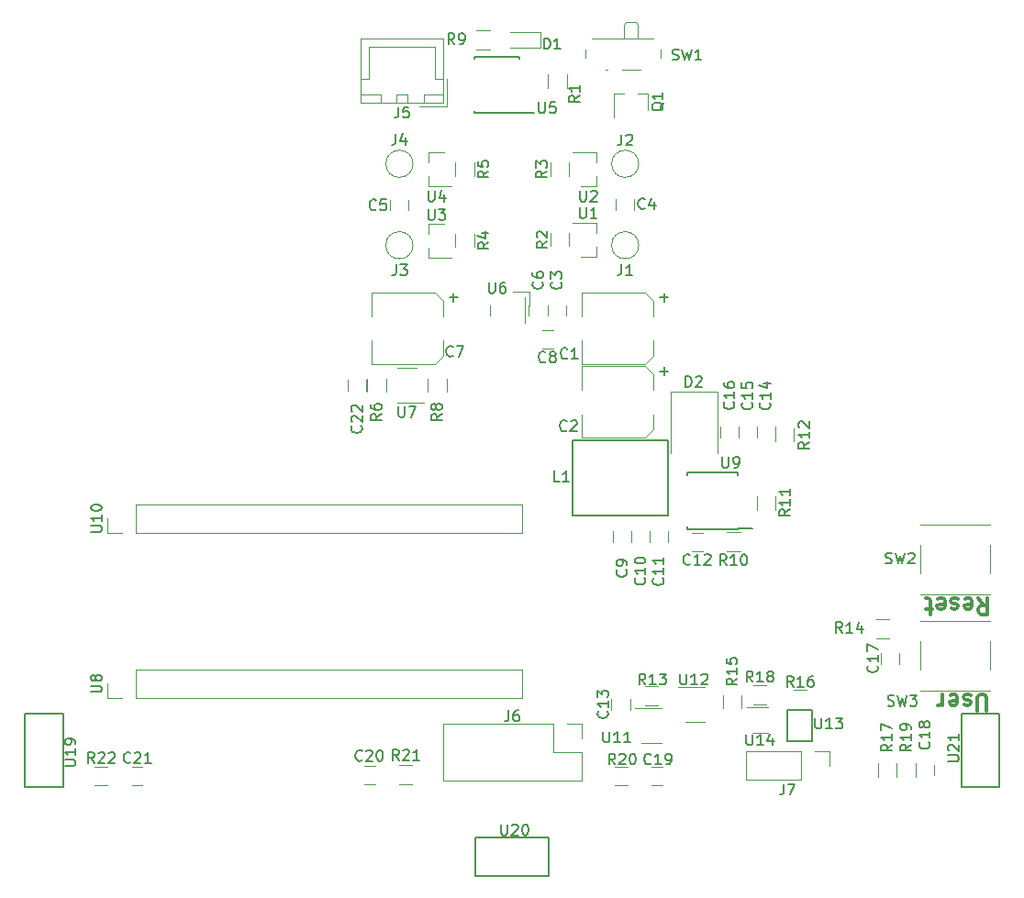
<source format=gto>
G04 #@! TF.FileFunction,Legend,Top*
%FSLAX46Y46*%
G04 Gerber Fmt 4.6, Leading zero omitted, Abs format (unit mm)*
G04 Created by KiCad (PCBNEW 4.0.7-e2-6376~58~ubuntu16.04.1) date Mon Nov 13 19:48:04 2017*
%MOMM*%
%LPD*%
G01*
G04 APERTURE LIST*
%ADD10C,0.100000*%
%ADD11C,0.300000*%
%ADD12C,0.120000*%
%ADD13C,0.150000*%
G04 APERTURE END LIST*
D10*
D11*
X193379457Y-115553229D02*
X193379457Y-114338943D01*
X193308029Y-114196086D01*
X193236600Y-114124657D01*
X193093743Y-114053229D01*
X192808029Y-114053229D01*
X192665171Y-114124657D01*
X192593743Y-114196086D01*
X192522314Y-114338943D01*
X192522314Y-115553229D01*
X191879457Y-114124657D02*
X191736600Y-114053229D01*
X191450885Y-114053229D01*
X191308028Y-114124657D01*
X191236600Y-114267514D01*
X191236600Y-114338943D01*
X191308028Y-114481800D01*
X191450885Y-114553229D01*
X191665171Y-114553229D01*
X191808028Y-114624657D01*
X191879457Y-114767514D01*
X191879457Y-114838943D01*
X191808028Y-114981800D01*
X191665171Y-115053229D01*
X191450885Y-115053229D01*
X191308028Y-114981800D01*
X190022314Y-114124657D02*
X190165171Y-114053229D01*
X190450885Y-114053229D01*
X190593742Y-114124657D01*
X190665171Y-114267514D01*
X190665171Y-114838943D01*
X190593742Y-114981800D01*
X190450885Y-115053229D01*
X190165171Y-115053229D01*
X190022314Y-114981800D01*
X189950885Y-114838943D01*
X189950885Y-114696086D01*
X190665171Y-114553229D01*
X189308028Y-114053229D02*
X189308028Y-115053229D01*
X189308028Y-114767514D02*
X189236600Y-114910371D01*
X189165171Y-114981800D01*
X189022314Y-115053229D01*
X188879457Y-115053229D01*
X192585742Y-105163229D02*
X193085742Y-105877514D01*
X193442885Y-105163229D02*
X193442885Y-106663229D01*
X192871457Y-106663229D01*
X192728599Y-106591800D01*
X192657171Y-106520371D01*
X192585742Y-106377514D01*
X192585742Y-106163229D01*
X192657171Y-106020371D01*
X192728599Y-105948943D01*
X192871457Y-105877514D01*
X193442885Y-105877514D01*
X191371457Y-105234657D02*
X191514314Y-105163229D01*
X191800028Y-105163229D01*
X191942885Y-105234657D01*
X192014314Y-105377514D01*
X192014314Y-105948943D01*
X191942885Y-106091800D01*
X191800028Y-106163229D01*
X191514314Y-106163229D01*
X191371457Y-106091800D01*
X191300028Y-105948943D01*
X191300028Y-105806086D01*
X192014314Y-105663229D01*
X190728600Y-105234657D02*
X190585743Y-105163229D01*
X190300028Y-105163229D01*
X190157171Y-105234657D01*
X190085743Y-105377514D01*
X190085743Y-105448943D01*
X190157171Y-105591800D01*
X190300028Y-105663229D01*
X190514314Y-105663229D01*
X190657171Y-105734657D01*
X190728600Y-105877514D01*
X190728600Y-105948943D01*
X190657171Y-106091800D01*
X190514314Y-106163229D01*
X190300028Y-106163229D01*
X190157171Y-106091800D01*
X188871457Y-105234657D02*
X189014314Y-105163229D01*
X189300028Y-105163229D01*
X189442885Y-105234657D01*
X189514314Y-105377514D01*
X189514314Y-105948943D01*
X189442885Y-106091800D01*
X189300028Y-106163229D01*
X189014314Y-106163229D01*
X188871457Y-106091800D01*
X188800028Y-105948943D01*
X188800028Y-105806086D01*
X189514314Y-105663229D01*
X188371457Y-106163229D02*
X187800028Y-106163229D01*
X188157171Y-106663229D02*
X188157171Y-105377514D01*
X188085743Y-105234657D01*
X187942885Y-105163229D01*
X187800028Y-105163229D01*
D12*
X154651600Y-56854800D02*
X154651600Y-58054800D01*
X152891600Y-58054800D02*
X152891600Y-56854800D01*
X146117200Y-71561400D02*
X146117200Y-72761400D01*
X144357200Y-72761400D02*
X144357200Y-71561400D01*
D13*
X155188200Y-92981600D02*
X155188200Y-97581600D01*
X155188200Y-97581600D02*
X163988200Y-97581600D01*
X163988200Y-97581600D02*
X163988200Y-90581600D01*
X163988200Y-90581600D02*
X155188200Y-90581600D01*
X155188200Y-90581600D02*
X155188200Y-92981600D01*
D12*
X162634200Y-77724000D02*
X162634200Y-79144000D01*
X156034200Y-76964000D02*
X156034200Y-79144000D01*
X156034200Y-83564000D02*
X156034200Y-81384000D01*
X162634200Y-82804000D02*
X162634200Y-81384000D01*
X156034200Y-76964000D02*
X161874200Y-76964000D01*
X161874200Y-76964000D02*
X162634200Y-77724000D01*
X162634200Y-82804000D02*
X161874200Y-83564000D01*
X161874200Y-83564000D02*
X156034200Y-83564000D01*
X154596200Y-79113000D02*
X154596200Y-78113000D01*
X152896200Y-78113000D02*
X152896200Y-79113000D01*
X159170000Y-68334000D02*
X159170000Y-69334000D01*
X160870000Y-69334000D02*
X160870000Y-68334000D01*
X138342000Y-68384800D02*
X138342000Y-69384800D01*
X140042000Y-69384800D02*
X140042000Y-68384800D01*
X152843600Y-79113000D02*
X152843600Y-78113000D01*
X151143600Y-78113000D02*
X151143600Y-79113000D01*
X143203200Y-77724000D02*
X143203200Y-79144000D01*
X136603200Y-76964000D02*
X136603200Y-79144000D01*
X136603200Y-83564000D02*
X136603200Y-81384000D01*
X143203200Y-82804000D02*
X143203200Y-81384000D01*
X136603200Y-76964000D02*
X142443200Y-76964000D01*
X142443200Y-76964000D02*
X143203200Y-77724000D01*
X143203200Y-82804000D02*
X142443200Y-83564000D01*
X142443200Y-83564000D02*
X136603200Y-83564000D01*
X153357200Y-80404600D02*
X152357200Y-80404600D01*
X152357200Y-82104600D02*
X153357200Y-82104600D01*
X160590600Y-99966400D02*
X160590600Y-98966400D01*
X158890600Y-98966400D02*
X158890600Y-99966400D01*
X162292400Y-99966400D02*
X162292400Y-98966400D01*
X160592400Y-98966400D02*
X160592400Y-99966400D01*
X163994200Y-99966400D02*
X163994200Y-98966400D01*
X162294200Y-98966400D02*
X162294200Y-99966400D01*
X166149400Y-100824400D02*
X167149400Y-100824400D01*
X167149400Y-99124400D02*
X166149400Y-99124400D01*
X160463600Y-115511200D02*
X160463600Y-114511200D01*
X158763600Y-114511200D02*
X158763600Y-115511200D01*
X173874800Y-90365200D02*
X173874800Y-89365200D01*
X172174800Y-89365200D02*
X172174800Y-90365200D01*
X172173000Y-90365200D02*
X172173000Y-89365200D01*
X170473000Y-89365200D02*
X170473000Y-90365200D01*
X170471200Y-90365200D02*
X170471200Y-89365200D01*
X168771200Y-89365200D02*
X168771200Y-90365200D01*
X183630200Y-110244000D02*
X183630200Y-111244000D01*
X185330200Y-111244000D02*
X185330200Y-110244000D01*
X188530600Y-121531000D02*
X188530600Y-120531000D01*
X186830600Y-120531000D02*
X186830600Y-121531000D01*
X162441000Y-122439800D02*
X163441000Y-122439800D01*
X163441000Y-120739800D02*
X162441000Y-120739800D01*
X136936100Y-120625500D02*
X135936100Y-120625500D01*
X135936100Y-122325500D02*
X136936100Y-122325500D01*
X114485800Y-122439800D02*
X115485800Y-122439800D01*
X115485800Y-120739800D02*
X114485800Y-120739800D01*
X152206100Y-54344800D02*
X152206100Y-52944800D01*
X152206100Y-52944800D02*
X149406100Y-52944800D01*
X152206100Y-54344800D02*
X149406100Y-54344800D01*
X168520000Y-86112000D02*
X164220000Y-86112000D01*
X164220000Y-86112000D02*
X164220000Y-91812000D01*
X168520000Y-86112000D02*
X168520000Y-91812000D01*
X161271000Y-72593200D02*
G75*
G03X161271000Y-72593200I-1251000J0D01*
G01*
X161271000Y-65074800D02*
G75*
G03X161271000Y-65074800I-1251000J0D01*
G01*
X140443000Y-72593200D02*
G75*
G03X140443000Y-72593200I-1251000J0D01*
G01*
X140443000Y-65074800D02*
G75*
G03X140443000Y-65074800I-1251000J0D01*
G01*
X143240600Y-59447600D02*
X143240600Y-53497600D01*
X143240600Y-53497600D02*
X135640600Y-53497600D01*
X135640600Y-53497600D02*
X135640600Y-59447600D01*
X135640600Y-59447600D02*
X143240600Y-59447600D01*
X139940600Y-59447600D02*
X139940600Y-58697600D01*
X139940600Y-58697600D02*
X138940600Y-58697600D01*
X138940600Y-58697600D02*
X138940600Y-59447600D01*
X138940600Y-59447600D02*
X139940600Y-59447600D01*
X143240600Y-59447600D02*
X143240600Y-58697600D01*
X143240600Y-58697600D02*
X141440600Y-58697600D01*
X141440600Y-58697600D02*
X141440600Y-59447600D01*
X141440600Y-59447600D02*
X143240600Y-59447600D01*
X137440600Y-59447600D02*
X137440600Y-58697600D01*
X137440600Y-58697600D02*
X135640600Y-58697600D01*
X135640600Y-58697600D02*
X135640600Y-59447600D01*
X135640600Y-59447600D02*
X137440600Y-59447600D01*
X143240600Y-57197600D02*
X142490600Y-57197600D01*
X142490600Y-57197600D02*
X142490600Y-54247600D01*
X142490600Y-54247600D02*
X139440600Y-54247600D01*
X135640600Y-57197600D02*
X136390600Y-57197600D01*
X136390600Y-57197600D02*
X136390600Y-54247600D01*
X136390600Y-54247600D02*
X139440600Y-54247600D01*
X141040600Y-59747600D02*
X143540600Y-59747600D01*
X143540600Y-59747600D02*
X143540600Y-57247600D01*
X143196000Y-116780000D02*
X143196000Y-121980000D01*
X153416000Y-116780000D02*
X143196000Y-116780000D01*
X156016000Y-121980000D02*
X143196000Y-121980000D01*
X153416000Y-116780000D02*
X153416000Y-119380000D01*
X153416000Y-119380000D02*
X156016000Y-119380000D01*
X156016000Y-119380000D02*
X156016000Y-121980000D01*
X154686000Y-116780000D02*
X156016000Y-116780000D01*
X156016000Y-116780000D02*
X156016000Y-118110000D01*
X162133400Y-58625200D02*
X161203400Y-58625200D01*
X158973400Y-58625200D02*
X159903400Y-58625200D01*
X158973400Y-58625200D02*
X158973400Y-60785200D01*
X162133400Y-58625200D02*
X162133400Y-60085200D01*
X153094800Y-72685200D02*
X153094800Y-71485200D01*
X154854800Y-71485200D02*
X154854800Y-72685200D01*
X153094800Y-66182800D02*
X153094800Y-64982800D01*
X154854800Y-64982800D02*
X154854800Y-66182800D01*
X146117200Y-64982800D02*
X146117200Y-66182800D01*
X144357200Y-66182800D02*
X144357200Y-64982800D01*
X136191100Y-86121800D02*
X136191100Y-84921800D01*
X137951100Y-84921800D02*
X137951100Y-86121800D01*
X143539100Y-84921800D02*
X143539100Y-86121800D01*
X141779100Y-86121800D02*
X141779100Y-84921800D01*
X147513600Y-54524800D02*
X146313600Y-54524800D01*
X146313600Y-52764800D02*
X147513600Y-52764800D01*
X169427600Y-99094400D02*
X170627600Y-99094400D01*
X170627600Y-100854400D02*
X169427600Y-100854400D01*
X173904800Y-95793000D02*
X173904800Y-96993000D01*
X172144800Y-96993000D02*
X172144800Y-95793000D01*
X173846600Y-90693800D02*
X173846600Y-89493800D01*
X175606600Y-89493800D02*
X175606600Y-90693800D01*
X161858400Y-113267600D02*
X163058400Y-113267600D01*
X163058400Y-115027600D02*
X161858400Y-115027600D01*
X183194400Y-107120800D02*
X184394400Y-107120800D01*
X184394400Y-108880800D02*
X183194400Y-108880800D01*
X170780600Y-114157200D02*
X170780600Y-115357200D01*
X169020600Y-115357200D02*
X169020600Y-114157200D01*
X175549000Y-113623200D02*
X176749000Y-113623200D01*
X176749000Y-115383200D02*
X175549000Y-115383200D01*
X185080800Y-120431000D02*
X185080800Y-121631000D01*
X183320800Y-121631000D02*
X183320800Y-120431000D01*
X171866000Y-113216800D02*
X173066000Y-113216800D01*
X173066000Y-114976800D02*
X171866000Y-114976800D01*
X185073400Y-121631000D02*
X185073400Y-120431000D01*
X186833400Y-120431000D02*
X186833400Y-121631000D01*
X160239000Y-122469800D02*
X159039000Y-122469800D01*
X159039000Y-120709800D02*
X160239000Y-120709800D01*
X139138100Y-120595500D02*
X140338100Y-120595500D01*
X140338100Y-122355500D02*
X139138100Y-122355500D01*
X187244600Y-104817300D02*
X187244600Y-104787300D01*
X187244600Y-98357300D02*
X187244600Y-98387300D01*
X193704600Y-98357300D02*
X193704600Y-98387300D01*
X193704600Y-104787300D02*
X193704600Y-104817300D01*
X187244600Y-102887300D02*
X187244600Y-100287300D01*
X193704600Y-104817300D02*
X187244600Y-104817300D01*
X193704600Y-102887300D02*
X193704600Y-100287300D01*
X193704600Y-98357300D02*
X187244600Y-98357300D01*
X157351000Y-73665200D02*
X157351000Y-72735200D01*
X157351000Y-70505200D02*
X157351000Y-71435200D01*
X157351000Y-70505200D02*
X155191000Y-70505200D01*
X157351000Y-73665200D02*
X155891000Y-73665200D01*
X157351000Y-67162800D02*
X157351000Y-66232800D01*
X157351000Y-64002800D02*
X157351000Y-64932800D01*
X157351000Y-64002800D02*
X155191000Y-64002800D01*
X157351000Y-67162800D02*
X155891000Y-67162800D01*
X141861000Y-70581400D02*
X141861000Y-71511400D01*
X141861000Y-73741400D02*
X141861000Y-72811400D01*
X141861000Y-73741400D02*
X144021000Y-73741400D01*
X141861000Y-70581400D02*
X143321000Y-70581400D01*
X141861000Y-64002800D02*
X141861000Y-64932800D01*
X141861000Y-67162800D02*
X141861000Y-66232800D01*
X141861000Y-67162800D02*
X144021000Y-67162800D01*
X141861000Y-64002800D02*
X143321000Y-64002800D01*
D13*
X150233200Y-60385400D02*
X150233200Y-60335400D01*
X146083200Y-60385400D02*
X146083200Y-60240400D01*
X146083200Y-55235400D02*
X146083200Y-55380400D01*
X150233200Y-55235400D02*
X150233200Y-55380400D01*
X150233200Y-60385400D02*
X146083200Y-60385400D01*
X150233200Y-55235400D02*
X146083200Y-55235400D01*
X150233200Y-60335400D02*
X151633200Y-60335400D01*
D12*
X149648800Y-76913000D02*
X151148800Y-76913000D01*
X151148800Y-76913000D02*
X151148800Y-78113000D01*
X147528800Y-79113000D02*
X147528800Y-78113000D01*
X150768800Y-77363000D02*
X150768800Y-79733000D01*
X150478800Y-114385400D02*
X150478800Y-111725400D01*
X114858800Y-114385400D02*
X150478800Y-114385400D01*
X114858800Y-111725400D02*
X150478800Y-111725400D01*
X114858800Y-114385400D02*
X114858800Y-111725400D01*
X113588800Y-114385400D02*
X112258800Y-114385400D01*
X112258800Y-114385400D02*
X112258800Y-113055400D01*
D13*
X170396800Y-98814800D02*
X170396800Y-98689800D01*
X165746800Y-98814800D02*
X165746800Y-98589800D01*
X165746800Y-93564800D02*
X165746800Y-93789800D01*
X170396800Y-93564800D02*
X170396800Y-93789800D01*
X170396800Y-98814800D02*
X165746800Y-98814800D01*
X170396800Y-93564800D02*
X165746800Y-93564800D01*
X170396800Y-98689800D02*
X171746800Y-98689800D01*
D12*
X150478800Y-99145400D02*
X150478800Y-96485400D01*
X114858800Y-99145400D02*
X150478800Y-99145400D01*
X114858800Y-96485400D02*
X150478800Y-96485400D01*
X114858800Y-99145400D02*
X114858800Y-96485400D01*
X113588800Y-99145400D02*
X112258800Y-99145400D01*
X112258800Y-99145400D02*
X112258800Y-97815400D01*
X161545700Y-118500800D02*
X163345700Y-118500800D01*
X163345700Y-115280800D02*
X160895700Y-115280800D01*
X165571600Y-116595800D02*
X167371600Y-116595800D01*
X167371600Y-113375800D02*
X164921600Y-113375800D01*
D13*
X174988600Y-115529000D02*
X174988600Y-118329000D01*
X174988600Y-118329000D02*
X177288600Y-118329000D01*
X177288600Y-118329000D02*
X177288600Y-115529000D01*
X177288600Y-115529000D02*
X174988600Y-115529000D01*
D12*
X173166000Y-115248200D02*
X171266000Y-115248200D01*
X171766000Y-117568200D02*
X173166000Y-117568200D01*
D13*
X107961000Y-115797200D02*
X104661000Y-115797200D01*
X104661000Y-115797200D02*
X104661000Y-122597200D01*
X104661000Y-122597200D02*
X108161000Y-122597200D01*
X108161000Y-122597200D02*
X108161000Y-115797200D01*
X108161000Y-115797200D02*
X107961000Y-115797200D01*
X146201000Y-127497000D02*
X146201000Y-130797000D01*
X146201000Y-130797000D02*
X153001000Y-130797000D01*
X153001000Y-130797000D02*
X153001000Y-127297000D01*
X153001000Y-127297000D02*
X146201000Y-127297000D01*
X146201000Y-127297000D02*
X146201000Y-127497000D01*
X191251000Y-122607200D02*
X194551000Y-122607200D01*
X194551000Y-122607200D02*
X194551000Y-115807200D01*
X194551000Y-115807200D02*
X191051000Y-115807200D01*
X191051000Y-115807200D02*
X191051000Y-122607200D01*
X191051000Y-122607200D02*
X191251000Y-122607200D01*
D12*
X162634200Y-84531200D02*
X162634200Y-85951200D01*
X156034200Y-83771200D02*
X156034200Y-85951200D01*
X156034200Y-90371200D02*
X156034200Y-88191200D01*
X162634200Y-89611200D02*
X162634200Y-88191200D01*
X156034200Y-83771200D02*
X161874200Y-83771200D01*
X161874200Y-83771200D02*
X162634200Y-84531200D01*
X162634200Y-89611200D02*
X161874200Y-90371200D01*
X161874200Y-90371200D02*
X156034200Y-90371200D01*
X193704600Y-107247300D02*
X193704600Y-107277300D01*
X193704600Y-113707300D02*
X193704600Y-113677300D01*
X187244600Y-113707300D02*
X187244600Y-113677300D01*
X187244600Y-107277300D02*
X187244600Y-107247300D01*
X193704600Y-109177300D02*
X193704600Y-111777300D01*
X187244600Y-107247300D02*
X193704600Y-107247300D01*
X187244600Y-109177300D02*
X187244600Y-111777300D01*
X187244600Y-113707300D02*
X193704600Y-113707300D01*
X171136000Y-119294600D02*
X171136000Y-121954600D01*
X176276000Y-119294600D02*
X171136000Y-119294600D01*
X176276000Y-121954600D02*
X171136000Y-121954600D01*
X176276000Y-119294600D02*
X176276000Y-121954600D01*
X177546000Y-119294600D02*
X178876000Y-119294600D01*
X178876000Y-119294600D02*
X178876000Y-120624600D01*
X158404100Y-56365000D02*
X158204100Y-56365000D01*
X161204100Y-52225000D02*
X161004100Y-52015000D01*
X159904100Y-52225000D02*
X160104100Y-52015000D01*
X161204100Y-53515000D02*
X161204100Y-52225000D01*
X161004100Y-52015000D02*
X160104100Y-52015000D01*
X159904100Y-52225000D02*
X159904100Y-53515000D01*
X162654100Y-53515000D02*
X156954100Y-53515000D01*
X161404100Y-56365000D02*
X159704100Y-56365000D01*
X163254100Y-55315000D02*
X163254100Y-54525000D01*
X156354100Y-54525000D02*
X156354100Y-55315000D01*
X134443100Y-85021800D02*
X134443100Y-86021800D01*
X136143100Y-86021800D02*
X136143100Y-85021800D01*
X140765100Y-83911800D02*
X138965100Y-83911800D01*
X138965100Y-87131800D02*
X141415100Y-87131800D01*
X112271100Y-122469800D02*
X111071100Y-122469800D01*
X111071100Y-120709800D02*
X112271100Y-120709800D01*
D13*
X155811481Y-58764466D02*
X155335290Y-59097800D01*
X155811481Y-59335895D02*
X154811481Y-59335895D01*
X154811481Y-58954942D01*
X154859100Y-58859704D01*
X154906719Y-58812085D01*
X155001957Y-58764466D01*
X155144814Y-58764466D01*
X155240052Y-58812085D01*
X155287671Y-58859704D01*
X155335290Y-58954942D01*
X155335290Y-59335895D01*
X155811481Y-57812085D02*
X155811481Y-58383514D01*
X155811481Y-58097800D02*
X154811481Y-58097800D01*
X154954338Y-58193038D01*
X155049576Y-58288276D01*
X155097195Y-58383514D01*
X147416781Y-72328066D02*
X146940590Y-72661400D01*
X147416781Y-72899495D02*
X146416781Y-72899495D01*
X146416781Y-72518542D01*
X146464400Y-72423304D01*
X146512019Y-72375685D01*
X146607257Y-72328066D01*
X146750114Y-72328066D01*
X146845352Y-72375685D01*
X146892971Y-72423304D01*
X146940590Y-72518542D01*
X146940590Y-72899495D01*
X146750114Y-71470923D02*
X147416781Y-71470923D01*
X146369162Y-71709019D02*
X147083448Y-71947114D01*
X147083448Y-71328066D01*
X153985934Y-94432381D02*
X153509743Y-94432381D01*
X153509743Y-93432381D01*
X154843077Y-94432381D02*
X154271648Y-94432381D01*
X154557362Y-94432381D02*
X154557362Y-93432381D01*
X154462124Y-93575238D01*
X154366886Y-93670476D01*
X154271648Y-93718095D01*
X154697134Y-82983343D02*
X154649515Y-83030962D01*
X154506658Y-83078581D01*
X154411420Y-83078581D01*
X154268562Y-83030962D01*
X154173324Y-82935724D01*
X154125705Y-82840486D01*
X154078086Y-82650010D01*
X154078086Y-82507152D01*
X154125705Y-82316676D01*
X154173324Y-82221438D01*
X154268562Y-82126200D01*
X154411420Y-82078581D01*
X154506658Y-82078581D01*
X154649515Y-82126200D01*
X154697134Y-82173819D01*
X155649515Y-83078581D02*
X155078086Y-83078581D01*
X155363800Y-83078581D02*
X155363800Y-82078581D01*
X155268562Y-82221438D01*
X155173324Y-82316676D01*
X155078086Y-82364295D01*
X163233248Y-77425429D02*
X163995153Y-77425429D01*
X163614201Y-77806381D02*
X163614201Y-77044476D01*
X154077943Y-76011066D02*
X154125562Y-76058685D01*
X154173181Y-76201542D01*
X154173181Y-76296780D01*
X154125562Y-76439638D01*
X154030324Y-76534876D01*
X153935086Y-76582495D01*
X153744610Y-76630114D01*
X153601752Y-76630114D01*
X153411276Y-76582495D01*
X153316038Y-76534876D01*
X153220800Y-76439638D01*
X153173181Y-76296780D01*
X153173181Y-76201542D01*
X153220800Y-76058685D01*
X153268419Y-76011066D01*
X153173181Y-75677733D02*
X153173181Y-75058685D01*
X153554133Y-75392019D01*
X153554133Y-75249161D01*
X153601752Y-75153923D01*
X153649371Y-75106304D01*
X153744610Y-75058685D01*
X153982705Y-75058685D01*
X154077943Y-75106304D01*
X154125562Y-75153923D01*
X154173181Y-75249161D01*
X154173181Y-75534876D01*
X154125562Y-75630114D01*
X154077943Y-75677733D01*
X161834534Y-69165743D02*
X161786915Y-69213362D01*
X161644058Y-69260981D01*
X161548820Y-69260981D01*
X161405962Y-69213362D01*
X161310724Y-69118124D01*
X161263105Y-69022886D01*
X161215486Y-68832410D01*
X161215486Y-68689552D01*
X161263105Y-68499076D01*
X161310724Y-68403838D01*
X161405962Y-68308600D01*
X161548820Y-68260981D01*
X161644058Y-68260981D01*
X161786915Y-68308600D01*
X161834534Y-68356219D01*
X162691677Y-68594314D02*
X162691677Y-69260981D01*
X162453581Y-68213362D02*
X162215486Y-68927648D01*
X162834534Y-68927648D01*
X137044134Y-69267343D02*
X136996515Y-69314962D01*
X136853658Y-69362581D01*
X136758420Y-69362581D01*
X136615562Y-69314962D01*
X136520324Y-69219724D01*
X136472705Y-69124486D01*
X136425086Y-68934010D01*
X136425086Y-68791152D01*
X136472705Y-68600676D01*
X136520324Y-68505438D01*
X136615562Y-68410200D01*
X136758420Y-68362581D01*
X136853658Y-68362581D01*
X136996515Y-68410200D01*
X137044134Y-68457819D01*
X137948896Y-68362581D02*
X137472705Y-68362581D01*
X137425086Y-68838771D01*
X137472705Y-68791152D01*
X137567943Y-68743533D01*
X137806039Y-68743533D01*
X137901277Y-68791152D01*
X137948896Y-68838771D01*
X137996515Y-68934010D01*
X137996515Y-69172105D01*
X137948896Y-69267343D01*
X137901277Y-69314962D01*
X137806039Y-69362581D01*
X137567943Y-69362581D01*
X137472705Y-69314962D01*
X137425086Y-69267343D01*
X152350743Y-75985666D02*
X152398362Y-76033285D01*
X152445981Y-76176142D01*
X152445981Y-76271380D01*
X152398362Y-76414238D01*
X152303124Y-76509476D01*
X152207886Y-76557095D01*
X152017410Y-76604714D01*
X151874552Y-76604714D01*
X151684076Y-76557095D01*
X151588838Y-76509476D01*
X151493600Y-76414238D01*
X151445981Y-76271380D01*
X151445981Y-76176142D01*
X151493600Y-76033285D01*
X151541219Y-75985666D01*
X151445981Y-75128523D02*
X151445981Y-75319000D01*
X151493600Y-75414238D01*
X151541219Y-75461857D01*
X151684076Y-75557095D01*
X151874552Y-75604714D01*
X152255505Y-75604714D01*
X152350743Y-75557095D01*
X152398362Y-75509476D01*
X152445981Y-75414238D01*
X152445981Y-75223761D01*
X152398362Y-75128523D01*
X152350743Y-75080904D01*
X152255505Y-75033285D01*
X152017410Y-75033285D01*
X151922171Y-75080904D01*
X151874552Y-75128523D01*
X151826933Y-75223761D01*
X151826933Y-75414238D01*
X151874552Y-75509476D01*
X151922171Y-75557095D01*
X152017410Y-75604714D01*
X144130734Y-82780143D02*
X144083115Y-82827762D01*
X143940258Y-82875381D01*
X143845020Y-82875381D01*
X143702162Y-82827762D01*
X143606924Y-82732524D01*
X143559305Y-82637286D01*
X143511686Y-82446810D01*
X143511686Y-82303952D01*
X143559305Y-82113476D01*
X143606924Y-82018238D01*
X143702162Y-81923000D01*
X143845020Y-81875381D01*
X143940258Y-81875381D01*
X144083115Y-81923000D01*
X144130734Y-81970619D01*
X144464067Y-81875381D02*
X145130734Y-81875381D01*
X144702162Y-82875381D01*
X143802248Y-77425429D02*
X144564153Y-77425429D01*
X144183201Y-77806381D02*
X144183201Y-77044476D01*
X152665134Y-83313543D02*
X152617515Y-83361162D01*
X152474658Y-83408781D01*
X152379420Y-83408781D01*
X152236562Y-83361162D01*
X152141324Y-83265924D01*
X152093705Y-83170686D01*
X152046086Y-82980210D01*
X152046086Y-82837352D01*
X152093705Y-82646876D01*
X152141324Y-82551638D01*
X152236562Y-82456400D01*
X152379420Y-82408781D01*
X152474658Y-82408781D01*
X152617515Y-82456400D01*
X152665134Y-82504019D01*
X153236562Y-82837352D02*
X153141324Y-82789733D01*
X153093705Y-82742114D01*
X153046086Y-82646876D01*
X153046086Y-82599257D01*
X153093705Y-82504019D01*
X153141324Y-82456400D01*
X153236562Y-82408781D01*
X153427039Y-82408781D01*
X153522277Y-82456400D01*
X153569896Y-82504019D01*
X153617515Y-82599257D01*
X153617515Y-82646876D01*
X153569896Y-82742114D01*
X153522277Y-82789733D01*
X153427039Y-82837352D01*
X153236562Y-82837352D01*
X153141324Y-82884971D01*
X153093705Y-82932590D01*
X153046086Y-83027829D01*
X153046086Y-83218305D01*
X153093705Y-83313543D01*
X153141324Y-83361162D01*
X153236562Y-83408781D01*
X153427039Y-83408781D01*
X153522277Y-83361162D01*
X153569896Y-83313543D01*
X153617515Y-83218305D01*
X153617515Y-83027829D01*
X153569896Y-82932590D01*
X153522277Y-82884971D01*
X153427039Y-82837352D01*
X160097743Y-102554066D02*
X160145362Y-102601685D01*
X160192981Y-102744542D01*
X160192981Y-102839780D01*
X160145362Y-102982638D01*
X160050124Y-103077876D01*
X159954886Y-103125495D01*
X159764410Y-103173114D01*
X159621552Y-103173114D01*
X159431076Y-103125495D01*
X159335838Y-103077876D01*
X159240600Y-102982638D01*
X159192981Y-102839780D01*
X159192981Y-102744542D01*
X159240600Y-102601685D01*
X159288219Y-102554066D01*
X160192981Y-102077876D02*
X160192981Y-101887400D01*
X160145362Y-101792161D01*
X160097743Y-101744542D01*
X159954886Y-101649304D01*
X159764410Y-101601685D01*
X159383457Y-101601685D01*
X159288219Y-101649304D01*
X159240600Y-101696923D01*
X159192981Y-101792161D01*
X159192981Y-101982638D01*
X159240600Y-102077876D01*
X159288219Y-102125495D01*
X159383457Y-102173114D01*
X159621552Y-102173114D01*
X159716790Y-102125495D01*
X159764410Y-102077876D01*
X159812029Y-101982638D01*
X159812029Y-101792161D01*
X159764410Y-101696923D01*
X159716790Y-101649304D01*
X159621552Y-101601685D01*
X161799543Y-103309657D02*
X161847162Y-103357276D01*
X161894781Y-103500133D01*
X161894781Y-103595371D01*
X161847162Y-103738229D01*
X161751924Y-103833467D01*
X161656686Y-103881086D01*
X161466210Y-103928705D01*
X161323352Y-103928705D01*
X161132876Y-103881086D01*
X161037638Y-103833467D01*
X160942400Y-103738229D01*
X160894781Y-103595371D01*
X160894781Y-103500133D01*
X160942400Y-103357276D01*
X160990019Y-103309657D01*
X161894781Y-102357276D02*
X161894781Y-102928705D01*
X161894781Y-102642991D02*
X160894781Y-102642991D01*
X161037638Y-102738229D01*
X161132876Y-102833467D01*
X161180495Y-102928705D01*
X160894781Y-101738229D02*
X160894781Y-101642990D01*
X160942400Y-101547752D01*
X160990019Y-101500133D01*
X161085257Y-101452514D01*
X161275733Y-101404895D01*
X161513829Y-101404895D01*
X161704305Y-101452514D01*
X161799543Y-101500133D01*
X161847162Y-101547752D01*
X161894781Y-101642990D01*
X161894781Y-101738229D01*
X161847162Y-101833467D01*
X161799543Y-101881086D01*
X161704305Y-101928705D01*
X161513829Y-101976324D01*
X161275733Y-101976324D01*
X161085257Y-101928705D01*
X160990019Y-101881086D01*
X160942400Y-101833467D01*
X160894781Y-101738229D01*
X163475943Y-103335057D02*
X163523562Y-103382676D01*
X163571181Y-103525533D01*
X163571181Y-103620771D01*
X163523562Y-103763629D01*
X163428324Y-103858867D01*
X163333086Y-103906486D01*
X163142610Y-103954105D01*
X162999752Y-103954105D01*
X162809276Y-103906486D01*
X162714038Y-103858867D01*
X162618800Y-103763629D01*
X162571181Y-103620771D01*
X162571181Y-103525533D01*
X162618800Y-103382676D01*
X162666419Y-103335057D01*
X163571181Y-102382676D02*
X163571181Y-102954105D01*
X163571181Y-102668391D02*
X162571181Y-102668391D01*
X162714038Y-102763629D01*
X162809276Y-102858867D01*
X162856895Y-102954105D01*
X163571181Y-101430295D02*
X163571181Y-102001724D01*
X163571181Y-101716010D02*
X162571181Y-101716010D01*
X162714038Y-101811248D01*
X162809276Y-101906486D01*
X162856895Y-102001724D01*
X166006543Y-102007943D02*
X165958924Y-102055562D01*
X165816067Y-102103181D01*
X165720829Y-102103181D01*
X165577971Y-102055562D01*
X165482733Y-101960324D01*
X165435114Y-101865086D01*
X165387495Y-101674610D01*
X165387495Y-101531752D01*
X165435114Y-101341276D01*
X165482733Y-101246038D01*
X165577971Y-101150800D01*
X165720829Y-101103181D01*
X165816067Y-101103181D01*
X165958924Y-101150800D01*
X166006543Y-101198419D01*
X166958924Y-102103181D02*
X166387495Y-102103181D01*
X166673209Y-102103181D02*
X166673209Y-101103181D01*
X166577971Y-101246038D01*
X166482733Y-101341276D01*
X166387495Y-101388895D01*
X167339876Y-101198419D02*
X167387495Y-101150800D01*
X167482733Y-101103181D01*
X167720829Y-101103181D01*
X167816067Y-101150800D01*
X167863686Y-101198419D01*
X167911305Y-101293657D01*
X167911305Y-101388895D01*
X167863686Y-101531752D01*
X167292257Y-102103181D01*
X167911305Y-102103181D01*
X158370543Y-115603257D02*
X158418162Y-115650876D01*
X158465781Y-115793733D01*
X158465781Y-115888971D01*
X158418162Y-116031829D01*
X158322924Y-116127067D01*
X158227686Y-116174686D01*
X158037210Y-116222305D01*
X157894352Y-116222305D01*
X157703876Y-116174686D01*
X157608638Y-116127067D01*
X157513400Y-116031829D01*
X157465781Y-115888971D01*
X157465781Y-115793733D01*
X157513400Y-115650876D01*
X157561019Y-115603257D01*
X158465781Y-114650876D02*
X158465781Y-115222305D01*
X158465781Y-114936591D02*
X157465781Y-114936591D01*
X157608638Y-115031829D01*
X157703876Y-115127067D01*
X157751495Y-115222305D01*
X157465781Y-114317543D02*
X157465781Y-113698495D01*
X157846733Y-114031829D01*
X157846733Y-113888971D01*
X157894352Y-113793733D01*
X157941971Y-113746114D01*
X158037210Y-113698495D01*
X158275305Y-113698495D01*
X158370543Y-113746114D01*
X158418162Y-113793733D01*
X158465781Y-113888971D01*
X158465781Y-114174686D01*
X158418162Y-114269924D01*
X158370543Y-114317543D01*
X173331143Y-87129857D02*
X173378762Y-87177476D01*
X173426381Y-87320333D01*
X173426381Y-87415571D01*
X173378762Y-87558429D01*
X173283524Y-87653667D01*
X173188286Y-87701286D01*
X172997810Y-87748905D01*
X172854952Y-87748905D01*
X172664476Y-87701286D01*
X172569238Y-87653667D01*
X172474000Y-87558429D01*
X172426381Y-87415571D01*
X172426381Y-87320333D01*
X172474000Y-87177476D01*
X172521619Y-87129857D01*
X173426381Y-86177476D02*
X173426381Y-86748905D01*
X173426381Y-86463191D02*
X172426381Y-86463191D01*
X172569238Y-86558429D01*
X172664476Y-86653667D01*
X172712095Y-86748905D01*
X172759714Y-85320333D02*
X173426381Y-85320333D01*
X172378762Y-85558429D02*
X173093048Y-85796524D01*
X173093048Y-85177476D01*
X171680143Y-87129857D02*
X171727762Y-87177476D01*
X171775381Y-87320333D01*
X171775381Y-87415571D01*
X171727762Y-87558429D01*
X171632524Y-87653667D01*
X171537286Y-87701286D01*
X171346810Y-87748905D01*
X171203952Y-87748905D01*
X171013476Y-87701286D01*
X170918238Y-87653667D01*
X170823000Y-87558429D01*
X170775381Y-87415571D01*
X170775381Y-87320333D01*
X170823000Y-87177476D01*
X170870619Y-87129857D01*
X171775381Y-86177476D02*
X171775381Y-86748905D01*
X171775381Y-86463191D02*
X170775381Y-86463191D01*
X170918238Y-86558429D01*
X171013476Y-86653667D01*
X171061095Y-86748905D01*
X170775381Y-85272714D02*
X170775381Y-85748905D01*
X171251571Y-85796524D01*
X171203952Y-85748905D01*
X171156333Y-85653667D01*
X171156333Y-85415571D01*
X171203952Y-85320333D01*
X171251571Y-85272714D01*
X171346810Y-85225095D01*
X171584905Y-85225095D01*
X171680143Y-85272714D01*
X171727762Y-85320333D01*
X171775381Y-85415571D01*
X171775381Y-85653667D01*
X171727762Y-85748905D01*
X171680143Y-85796524D01*
X170003743Y-87079057D02*
X170051362Y-87126676D01*
X170098981Y-87269533D01*
X170098981Y-87364771D01*
X170051362Y-87507629D01*
X169956124Y-87602867D01*
X169860886Y-87650486D01*
X169670410Y-87698105D01*
X169527552Y-87698105D01*
X169337076Y-87650486D01*
X169241838Y-87602867D01*
X169146600Y-87507629D01*
X169098981Y-87364771D01*
X169098981Y-87269533D01*
X169146600Y-87126676D01*
X169194219Y-87079057D01*
X170098981Y-86126676D02*
X170098981Y-86698105D01*
X170098981Y-86412391D02*
X169098981Y-86412391D01*
X169241838Y-86507629D01*
X169337076Y-86602867D01*
X169384695Y-86698105D01*
X169098981Y-85269533D02*
X169098981Y-85460010D01*
X169146600Y-85555248D01*
X169194219Y-85602867D01*
X169337076Y-85698105D01*
X169527552Y-85745724D01*
X169908505Y-85745724D01*
X170003743Y-85698105D01*
X170051362Y-85650486D01*
X170098981Y-85555248D01*
X170098981Y-85364771D01*
X170051362Y-85269533D01*
X170003743Y-85221914D01*
X169908505Y-85174295D01*
X169670410Y-85174295D01*
X169575171Y-85221914D01*
X169527552Y-85269533D01*
X169479933Y-85364771D01*
X169479933Y-85555248D01*
X169527552Y-85650486D01*
X169575171Y-85698105D01*
X169670410Y-85745724D01*
X183262543Y-111386857D02*
X183310162Y-111434476D01*
X183357781Y-111577333D01*
X183357781Y-111672571D01*
X183310162Y-111815429D01*
X183214924Y-111910667D01*
X183119686Y-111958286D01*
X182929210Y-112005905D01*
X182786352Y-112005905D01*
X182595876Y-111958286D01*
X182500638Y-111910667D01*
X182405400Y-111815429D01*
X182357781Y-111672571D01*
X182357781Y-111577333D01*
X182405400Y-111434476D01*
X182453019Y-111386857D01*
X183357781Y-110434476D02*
X183357781Y-111005905D01*
X183357781Y-110720191D02*
X182357781Y-110720191D01*
X182500638Y-110815429D01*
X182595876Y-110910667D01*
X182643495Y-111005905D01*
X182357781Y-110101143D02*
X182357781Y-109434476D01*
X183357781Y-109863048D01*
X188037743Y-118448057D02*
X188085362Y-118495676D01*
X188132981Y-118638533D01*
X188132981Y-118733771D01*
X188085362Y-118876629D01*
X187990124Y-118971867D01*
X187894886Y-119019486D01*
X187704410Y-119067105D01*
X187561552Y-119067105D01*
X187371076Y-119019486D01*
X187275838Y-118971867D01*
X187180600Y-118876629D01*
X187132981Y-118733771D01*
X187132981Y-118638533D01*
X187180600Y-118495676D01*
X187228219Y-118448057D01*
X188132981Y-117495676D02*
X188132981Y-118067105D01*
X188132981Y-117781391D02*
X187132981Y-117781391D01*
X187275838Y-117876629D01*
X187371076Y-117971867D01*
X187418695Y-118067105D01*
X187561552Y-116924248D02*
X187513933Y-117019486D01*
X187466314Y-117067105D01*
X187371076Y-117114724D01*
X187323457Y-117114724D01*
X187228219Y-117067105D01*
X187180600Y-117019486D01*
X187132981Y-116924248D01*
X187132981Y-116733771D01*
X187180600Y-116638533D01*
X187228219Y-116590914D01*
X187323457Y-116543295D01*
X187371076Y-116543295D01*
X187466314Y-116590914D01*
X187513933Y-116638533D01*
X187561552Y-116733771D01*
X187561552Y-116924248D01*
X187609171Y-117019486D01*
X187656790Y-117067105D01*
X187752029Y-117114724D01*
X187942505Y-117114724D01*
X188037743Y-117067105D01*
X188085362Y-117019486D01*
X188132981Y-116924248D01*
X188132981Y-116733771D01*
X188085362Y-116638533D01*
X188037743Y-116590914D01*
X187942505Y-116543295D01*
X187752029Y-116543295D01*
X187656790Y-116590914D01*
X187609171Y-116638533D01*
X187561552Y-116733771D01*
X162399743Y-120422943D02*
X162352124Y-120470562D01*
X162209267Y-120518181D01*
X162114029Y-120518181D01*
X161971171Y-120470562D01*
X161875933Y-120375324D01*
X161828314Y-120280086D01*
X161780695Y-120089610D01*
X161780695Y-119946752D01*
X161828314Y-119756276D01*
X161875933Y-119661038D01*
X161971171Y-119565800D01*
X162114029Y-119518181D01*
X162209267Y-119518181D01*
X162352124Y-119565800D01*
X162399743Y-119613419D01*
X163352124Y-120518181D02*
X162780695Y-120518181D01*
X163066409Y-120518181D02*
X163066409Y-119518181D01*
X162971171Y-119661038D01*
X162875933Y-119756276D01*
X162780695Y-119803895D01*
X163828314Y-120518181D02*
X164018790Y-120518181D01*
X164114029Y-120470562D01*
X164161648Y-120422943D01*
X164256886Y-120280086D01*
X164304505Y-120089610D01*
X164304505Y-119708657D01*
X164256886Y-119613419D01*
X164209267Y-119565800D01*
X164114029Y-119518181D01*
X163923552Y-119518181D01*
X163828314Y-119565800D01*
X163780695Y-119613419D01*
X163733076Y-119708657D01*
X163733076Y-119946752D01*
X163780695Y-120041990D01*
X163828314Y-120089610D01*
X163923552Y-120137229D01*
X164114029Y-120137229D01*
X164209267Y-120089610D01*
X164256886Y-120041990D01*
X164304505Y-119946752D01*
X135755143Y-120092743D02*
X135707524Y-120140362D01*
X135564667Y-120187981D01*
X135469429Y-120187981D01*
X135326571Y-120140362D01*
X135231333Y-120045124D01*
X135183714Y-119949886D01*
X135136095Y-119759410D01*
X135136095Y-119616552D01*
X135183714Y-119426076D01*
X135231333Y-119330838D01*
X135326571Y-119235600D01*
X135469429Y-119187981D01*
X135564667Y-119187981D01*
X135707524Y-119235600D01*
X135755143Y-119283219D01*
X136136095Y-119283219D02*
X136183714Y-119235600D01*
X136278952Y-119187981D01*
X136517048Y-119187981D01*
X136612286Y-119235600D01*
X136659905Y-119283219D01*
X136707524Y-119378457D01*
X136707524Y-119473695D01*
X136659905Y-119616552D01*
X136088476Y-120187981D01*
X136707524Y-120187981D01*
X137326571Y-119187981D02*
X137421810Y-119187981D01*
X137517048Y-119235600D01*
X137564667Y-119283219D01*
X137612286Y-119378457D01*
X137659905Y-119568933D01*
X137659905Y-119807029D01*
X137612286Y-119997505D01*
X137564667Y-120092743D01*
X137517048Y-120140362D01*
X137421810Y-120187981D01*
X137326571Y-120187981D01*
X137231333Y-120140362D01*
X137183714Y-120092743D01*
X137136095Y-119997505D01*
X137088476Y-119807029D01*
X137088476Y-119568933D01*
X137136095Y-119378457D01*
X137183714Y-119283219D01*
X137231333Y-119235600D01*
X137326571Y-119187981D01*
X114368343Y-120295943D02*
X114320724Y-120343562D01*
X114177867Y-120391181D01*
X114082629Y-120391181D01*
X113939771Y-120343562D01*
X113844533Y-120248324D01*
X113796914Y-120153086D01*
X113749295Y-119962610D01*
X113749295Y-119819752D01*
X113796914Y-119629276D01*
X113844533Y-119534038D01*
X113939771Y-119438800D01*
X114082629Y-119391181D01*
X114177867Y-119391181D01*
X114320724Y-119438800D01*
X114368343Y-119486419D01*
X114749295Y-119486419D02*
X114796914Y-119438800D01*
X114892152Y-119391181D01*
X115130248Y-119391181D01*
X115225486Y-119438800D01*
X115273105Y-119486419D01*
X115320724Y-119581657D01*
X115320724Y-119676895D01*
X115273105Y-119819752D01*
X114701676Y-120391181D01*
X115320724Y-120391181D01*
X116273105Y-120391181D02*
X115701676Y-120391181D01*
X115987390Y-120391181D02*
X115987390Y-119391181D01*
X115892152Y-119534038D01*
X115796914Y-119629276D01*
X115701676Y-119676895D01*
X152525505Y-54478181D02*
X152525505Y-53478181D01*
X152763600Y-53478181D01*
X152906458Y-53525800D01*
X153001696Y-53621038D01*
X153049315Y-53716276D01*
X153096934Y-53906752D01*
X153096934Y-54049610D01*
X153049315Y-54240086D01*
X153001696Y-54335324D01*
X152906458Y-54430562D01*
X152763600Y-54478181D01*
X152525505Y-54478181D01*
X154049315Y-54478181D02*
X153477886Y-54478181D01*
X153763600Y-54478181D02*
X153763600Y-53478181D01*
X153668362Y-53621038D01*
X153573124Y-53716276D01*
X153477886Y-53763895D01*
X165581105Y-85669381D02*
X165581105Y-84669381D01*
X165819200Y-84669381D01*
X165962058Y-84717000D01*
X166057296Y-84812238D01*
X166104915Y-84907476D01*
X166152534Y-85097952D01*
X166152534Y-85240810D01*
X166104915Y-85431286D01*
X166057296Y-85526524D01*
X165962058Y-85621762D01*
X165819200Y-85669381D01*
X165581105Y-85669381D01*
X166533486Y-84764619D02*
X166581105Y-84717000D01*
X166676343Y-84669381D01*
X166914439Y-84669381D01*
X167009677Y-84717000D01*
X167057296Y-84764619D01*
X167104915Y-84859857D01*
X167104915Y-84955095D01*
X167057296Y-85097952D01*
X166485867Y-85669381D01*
X167104915Y-85669381D01*
X159686667Y-74356981D02*
X159686667Y-75071267D01*
X159639047Y-75214124D01*
X159543809Y-75309362D01*
X159400952Y-75356981D01*
X159305714Y-75356981D01*
X160686667Y-75356981D02*
X160115238Y-75356981D01*
X160400952Y-75356981D02*
X160400952Y-74356981D01*
X160305714Y-74499838D01*
X160210476Y-74595076D01*
X160115238Y-74642695D01*
X159686667Y-62368181D02*
X159686667Y-63082467D01*
X159639047Y-63225324D01*
X159543809Y-63320562D01*
X159400952Y-63368181D01*
X159305714Y-63368181D01*
X160115238Y-62463419D02*
X160162857Y-62415800D01*
X160258095Y-62368181D01*
X160496191Y-62368181D01*
X160591429Y-62415800D01*
X160639048Y-62463419D01*
X160686667Y-62558657D01*
X160686667Y-62653895D01*
X160639048Y-62796752D01*
X160067619Y-63368181D01*
X160686667Y-63368181D01*
X138884067Y-74382381D02*
X138884067Y-75096667D01*
X138836447Y-75239524D01*
X138741209Y-75334762D01*
X138598352Y-75382381D01*
X138503114Y-75382381D01*
X139265019Y-74382381D02*
X139884067Y-74382381D01*
X139550733Y-74763333D01*
X139693591Y-74763333D01*
X139788829Y-74810952D01*
X139836448Y-74858571D01*
X139884067Y-74953810D01*
X139884067Y-75191905D01*
X139836448Y-75287143D01*
X139788829Y-75334762D01*
X139693591Y-75382381D01*
X139407876Y-75382381D01*
X139312638Y-75334762D01*
X139265019Y-75287143D01*
X138858667Y-62317381D02*
X138858667Y-63031667D01*
X138811047Y-63174524D01*
X138715809Y-63269762D01*
X138572952Y-63317381D01*
X138477714Y-63317381D01*
X139763429Y-62650714D02*
X139763429Y-63317381D01*
X139525333Y-62269762D02*
X139287238Y-62984048D01*
X139906286Y-62984048D01*
X139087267Y-59828181D02*
X139087267Y-60542467D01*
X139039647Y-60685324D01*
X138944409Y-60780562D01*
X138801552Y-60828181D01*
X138706314Y-60828181D01*
X140039648Y-59828181D02*
X139563457Y-59828181D01*
X139515838Y-60304371D01*
X139563457Y-60256752D01*
X139658695Y-60209133D01*
X139896791Y-60209133D01*
X139992029Y-60256752D01*
X140039648Y-60304371D01*
X140087267Y-60399610D01*
X140087267Y-60637705D01*
X140039648Y-60732943D01*
X139992029Y-60780562D01*
X139896791Y-60828181D01*
X139658695Y-60828181D01*
X139563457Y-60780562D01*
X139515838Y-60732943D01*
X149272667Y-115530381D02*
X149272667Y-116244667D01*
X149225047Y-116387524D01*
X149129809Y-116482762D01*
X148986952Y-116530381D01*
X148891714Y-116530381D01*
X150177429Y-115530381D02*
X149986952Y-115530381D01*
X149891714Y-115578000D01*
X149844095Y-115625619D01*
X149748857Y-115768476D01*
X149701238Y-115958952D01*
X149701238Y-116339905D01*
X149748857Y-116435143D01*
X149796476Y-116482762D01*
X149891714Y-116530381D01*
X150082191Y-116530381D01*
X150177429Y-116482762D01*
X150225048Y-116435143D01*
X150272667Y-116339905D01*
X150272667Y-116101810D01*
X150225048Y-116006571D01*
X150177429Y-115958952D01*
X150082191Y-115911333D01*
X149891714Y-115911333D01*
X149796476Y-115958952D01*
X149748857Y-116006571D01*
X149701238Y-116101810D01*
X163590219Y-59429638D02*
X163542600Y-59524876D01*
X163447362Y-59620114D01*
X163304505Y-59762971D01*
X163256886Y-59858210D01*
X163256886Y-59953448D01*
X163494981Y-59905829D02*
X163447362Y-60001067D01*
X163352124Y-60096305D01*
X163161648Y-60143924D01*
X162828314Y-60143924D01*
X162637838Y-60096305D01*
X162542600Y-60001067D01*
X162494981Y-59905829D01*
X162494981Y-59715352D01*
X162542600Y-59620114D01*
X162637838Y-59524876D01*
X162828314Y-59477257D01*
X163161648Y-59477257D01*
X163352124Y-59524876D01*
X163447362Y-59620114D01*
X163494981Y-59715352D01*
X163494981Y-59905829D01*
X163494981Y-58524876D02*
X163494981Y-59096305D01*
X163494981Y-58810591D02*
X162494981Y-58810591D01*
X162637838Y-58905829D01*
X162733076Y-59001067D01*
X162780695Y-59096305D01*
X152826981Y-72251866D02*
X152350790Y-72585200D01*
X152826981Y-72823295D02*
X151826981Y-72823295D01*
X151826981Y-72442342D01*
X151874600Y-72347104D01*
X151922219Y-72299485D01*
X152017457Y-72251866D01*
X152160314Y-72251866D01*
X152255552Y-72299485D01*
X152303171Y-72347104D01*
X152350790Y-72442342D01*
X152350790Y-72823295D01*
X151922219Y-71870914D02*
X151874600Y-71823295D01*
X151826981Y-71728057D01*
X151826981Y-71489961D01*
X151874600Y-71394723D01*
X151922219Y-71347104D01*
X152017457Y-71299485D01*
X152112695Y-71299485D01*
X152255552Y-71347104D01*
X152826981Y-71918533D01*
X152826981Y-71299485D01*
X152801581Y-65749466D02*
X152325390Y-66082800D01*
X152801581Y-66320895D02*
X151801581Y-66320895D01*
X151801581Y-65939942D01*
X151849200Y-65844704D01*
X151896819Y-65797085D01*
X151992057Y-65749466D01*
X152134914Y-65749466D01*
X152230152Y-65797085D01*
X152277771Y-65844704D01*
X152325390Y-65939942D01*
X152325390Y-66320895D01*
X151801581Y-65416133D02*
X151801581Y-64797085D01*
X152182533Y-65130419D01*
X152182533Y-64987561D01*
X152230152Y-64892323D01*
X152277771Y-64844704D01*
X152373010Y-64797085D01*
X152611105Y-64797085D01*
X152706343Y-64844704D01*
X152753962Y-64892323D01*
X152801581Y-64987561D01*
X152801581Y-65273276D01*
X152753962Y-65368514D01*
X152706343Y-65416133D01*
X147416781Y-65749466D02*
X146940590Y-66082800D01*
X147416781Y-66320895D02*
X146416781Y-66320895D01*
X146416781Y-65939942D01*
X146464400Y-65844704D01*
X146512019Y-65797085D01*
X146607257Y-65749466D01*
X146750114Y-65749466D01*
X146845352Y-65797085D01*
X146892971Y-65844704D01*
X146940590Y-65939942D01*
X146940590Y-66320895D01*
X146416781Y-64844704D02*
X146416781Y-65320895D01*
X146892971Y-65368514D01*
X146845352Y-65320895D01*
X146797733Y-65225657D01*
X146797733Y-64987561D01*
X146845352Y-64892323D01*
X146892971Y-64844704D01*
X146988210Y-64797085D01*
X147226305Y-64797085D01*
X147321543Y-64844704D01*
X147369162Y-64892323D01*
X147416781Y-64987561D01*
X147416781Y-65225657D01*
X147369162Y-65320895D01*
X147321543Y-65368514D01*
X137523481Y-88164966D02*
X137047290Y-88498300D01*
X137523481Y-88736395D02*
X136523481Y-88736395D01*
X136523481Y-88355442D01*
X136571100Y-88260204D01*
X136618719Y-88212585D01*
X136713957Y-88164966D01*
X136856814Y-88164966D01*
X136952052Y-88212585D01*
X136999671Y-88260204D01*
X137047290Y-88355442D01*
X137047290Y-88736395D01*
X136523481Y-87307823D02*
X136523481Y-87498300D01*
X136571100Y-87593538D01*
X136618719Y-87641157D01*
X136761576Y-87736395D01*
X136952052Y-87784014D01*
X137333005Y-87784014D01*
X137428243Y-87736395D01*
X137475862Y-87688776D01*
X137523481Y-87593538D01*
X137523481Y-87403061D01*
X137475862Y-87307823D01*
X137428243Y-87260204D01*
X137333005Y-87212585D01*
X137094910Y-87212585D01*
X136999671Y-87260204D01*
X136952052Y-87307823D01*
X136904433Y-87403061D01*
X136904433Y-87593538D01*
X136952052Y-87688776D01*
X136999671Y-87736395D01*
X137094910Y-87784014D01*
X143111481Y-88164966D02*
X142635290Y-88498300D01*
X143111481Y-88736395D02*
X142111481Y-88736395D01*
X142111481Y-88355442D01*
X142159100Y-88260204D01*
X142206719Y-88212585D01*
X142301957Y-88164966D01*
X142444814Y-88164966D01*
X142540052Y-88212585D01*
X142587671Y-88260204D01*
X142635290Y-88355442D01*
X142635290Y-88736395D01*
X142540052Y-87593538D02*
X142492433Y-87688776D01*
X142444814Y-87736395D01*
X142349576Y-87784014D01*
X142301957Y-87784014D01*
X142206719Y-87736395D01*
X142159100Y-87688776D01*
X142111481Y-87593538D01*
X142111481Y-87403061D01*
X142159100Y-87307823D01*
X142206719Y-87260204D01*
X142301957Y-87212585D01*
X142349576Y-87212585D01*
X142444814Y-87260204D01*
X142492433Y-87307823D01*
X142540052Y-87403061D01*
X142540052Y-87593538D01*
X142587671Y-87688776D01*
X142635290Y-87736395D01*
X142730529Y-87784014D01*
X142921005Y-87784014D01*
X143016243Y-87736395D01*
X143063862Y-87688776D01*
X143111481Y-87593538D01*
X143111481Y-87403061D01*
X143063862Y-87307823D01*
X143016243Y-87260204D01*
X142921005Y-87212585D01*
X142730529Y-87212585D01*
X142635290Y-87260204D01*
X142587671Y-87307823D01*
X142540052Y-87403061D01*
X144270434Y-54033681D02*
X143937100Y-53557490D01*
X143699005Y-54033681D02*
X143699005Y-53033681D01*
X144079958Y-53033681D01*
X144175196Y-53081300D01*
X144222815Y-53128919D01*
X144270434Y-53224157D01*
X144270434Y-53367014D01*
X144222815Y-53462252D01*
X144175196Y-53509871D01*
X144079958Y-53557490D01*
X143699005Y-53557490D01*
X144746624Y-54033681D02*
X144937100Y-54033681D01*
X145032339Y-53986062D01*
X145079958Y-53938443D01*
X145175196Y-53795586D01*
X145222815Y-53605110D01*
X145222815Y-53224157D01*
X145175196Y-53128919D01*
X145127577Y-53081300D01*
X145032339Y-53033681D01*
X144841862Y-53033681D01*
X144746624Y-53081300D01*
X144699005Y-53128919D01*
X144651386Y-53224157D01*
X144651386Y-53462252D01*
X144699005Y-53557490D01*
X144746624Y-53605110D01*
X144841862Y-53652729D01*
X145032339Y-53652729D01*
X145127577Y-53605110D01*
X145175196Y-53557490D01*
X145222815Y-53462252D01*
X169359343Y-102128581D02*
X169026009Y-101652390D01*
X168787914Y-102128581D02*
X168787914Y-101128581D01*
X169168867Y-101128581D01*
X169264105Y-101176200D01*
X169311724Y-101223819D01*
X169359343Y-101319057D01*
X169359343Y-101461914D01*
X169311724Y-101557152D01*
X169264105Y-101604771D01*
X169168867Y-101652390D01*
X168787914Y-101652390D01*
X170311724Y-102128581D02*
X169740295Y-102128581D01*
X170026009Y-102128581D02*
X170026009Y-101128581D01*
X169930771Y-101271438D01*
X169835533Y-101366676D01*
X169740295Y-101414295D01*
X170930771Y-101128581D02*
X171026010Y-101128581D01*
X171121248Y-101176200D01*
X171168867Y-101223819D01*
X171216486Y-101319057D01*
X171264105Y-101509533D01*
X171264105Y-101747629D01*
X171216486Y-101938105D01*
X171168867Y-102033343D01*
X171121248Y-102080962D01*
X171026010Y-102128581D01*
X170930771Y-102128581D01*
X170835533Y-102080962D01*
X170787914Y-102033343D01*
X170740295Y-101938105D01*
X170692676Y-101747629D01*
X170692676Y-101509533D01*
X170740295Y-101319057D01*
X170787914Y-101223819D01*
X170835533Y-101176200D01*
X170930771Y-101128581D01*
X175229781Y-96985057D02*
X174753590Y-97318391D01*
X175229781Y-97556486D02*
X174229781Y-97556486D01*
X174229781Y-97175533D01*
X174277400Y-97080295D01*
X174325019Y-97032676D01*
X174420257Y-96985057D01*
X174563114Y-96985057D01*
X174658352Y-97032676D01*
X174705971Y-97080295D01*
X174753590Y-97175533D01*
X174753590Y-97556486D01*
X175229781Y-96032676D02*
X175229781Y-96604105D01*
X175229781Y-96318391D02*
X174229781Y-96318391D01*
X174372638Y-96413629D01*
X174467876Y-96508867D01*
X174515495Y-96604105D01*
X175229781Y-95080295D02*
X175229781Y-95651724D01*
X175229781Y-95366010D02*
X174229781Y-95366010D01*
X174372638Y-95461248D01*
X174467876Y-95556486D01*
X174515495Y-95651724D01*
X177007781Y-90762057D02*
X176531590Y-91095391D01*
X177007781Y-91333486D02*
X176007781Y-91333486D01*
X176007781Y-90952533D01*
X176055400Y-90857295D01*
X176103019Y-90809676D01*
X176198257Y-90762057D01*
X176341114Y-90762057D01*
X176436352Y-90809676D01*
X176483971Y-90857295D01*
X176531590Y-90952533D01*
X176531590Y-91333486D01*
X177007781Y-89809676D02*
X177007781Y-90381105D01*
X177007781Y-90095391D02*
X176007781Y-90095391D01*
X176150638Y-90190629D01*
X176245876Y-90285867D01*
X176293495Y-90381105D01*
X176103019Y-89428724D02*
X176055400Y-89381105D01*
X176007781Y-89285867D01*
X176007781Y-89047771D01*
X176055400Y-88952533D01*
X176103019Y-88904914D01*
X176198257Y-88857295D01*
X176293495Y-88857295D01*
X176436352Y-88904914D01*
X177007781Y-89476343D01*
X177007781Y-88857295D01*
X161891743Y-113152181D02*
X161558409Y-112675990D01*
X161320314Y-113152181D02*
X161320314Y-112152181D01*
X161701267Y-112152181D01*
X161796505Y-112199800D01*
X161844124Y-112247419D01*
X161891743Y-112342657D01*
X161891743Y-112485514D01*
X161844124Y-112580752D01*
X161796505Y-112628371D01*
X161701267Y-112675990D01*
X161320314Y-112675990D01*
X162844124Y-113152181D02*
X162272695Y-113152181D01*
X162558409Y-113152181D02*
X162558409Y-112152181D01*
X162463171Y-112295038D01*
X162367933Y-112390276D01*
X162272695Y-112437895D01*
X163177457Y-112152181D02*
X163796505Y-112152181D01*
X163463171Y-112533133D01*
X163606029Y-112533133D01*
X163701267Y-112580752D01*
X163748886Y-112628371D01*
X163796505Y-112723610D01*
X163796505Y-112961705D01*
X163748886Y-113056943D01*
X163701267Y-113104562D01*
X163606029Y-113152181D01*
X163320314Y-113152181D01*
X163225076Y-113104562D01*
X163177457Y-113056943D01*
X180052743Y-108376981D02*
X179719409Y-107900790D01*
X179481314Y-108376981D02*
X179481314Y-107376981D01*
X179862267Y-107376981D01*
X179957505Y-107424600D01*
X180005124Y-107472219D01*
X180052743Y-107567457D01*
X180052743Y-107710314D01*
X180005124Y-107805552D01*
X179957505Y-107853171D01*
X179862267Y-107900790D01*
X179481314Y-107900790D01*
X181005124Y-108376981D02*
X180433695Y-108376981D01*
X180719409Y-108376981D02*
X180719409Y-107376981D01*
X180624171Y-107519838D01*
X180528933Y-107615076D01*
X180433695Y-107662695D01*
X181862267Y-107710314D02*
X181862267Y-108376981D01*
X181624171Y-107329362D02*
X181386076Y-108043648D01*
X182005124Y-108043648D01*
X170352981Y-112580657D02*
X169876790Y-112913991D01*
X170352981Y-113152086D02*
X169352981Y-113152086D01*
X169352981Y-112771133D01*
X169400600Y-112675895D01*
X169448219Y-112628276D01*
X169543457Y-112580657D01*
X169686314Y-112580657D01*
X169781552Y-112628276D01*
X169829171Y-112675895D01*
X169876790Y-112771133D01*
X169876790Y-113152086D01*
X170352981Y-111628276D02*
X170352981Y-112199705D01*
X170352981Y-111913991D02*
X169352981Y-111913991D01*
X169495838Y-112009229D01*
X169591076Y-112104467D01*
X169638695Y-112199705D01*
X169352981Y-110723514D02*
X169352981Y-111199705D01*
X169829171Y-111247324D01*
X169781552Y-111199705D01*
X169733933Y-111104467D01*
X169733933Y-110866371D01*
X169781552Y-110771133D01*
X169829171Y-110723514D01*
X169924410Y-110675895D01*
X170162505Y-110675895D01*
X170257743Y-110723514D01*
X170305362Y-110771133D01*
X170352981Y-110866371D01*
X170352981Y-111104467D01*
X170305362Y-111199705D01*
X170257743Y-111247324D01*
X175531543Y-113355381D02*
X175198209Y-112879190D01*
X174960114Y-113355381D02*
X174960114Y-112355381D01*
X175341067Y-112355381D01*
X175436305Y-112403000D01*
X175483924Y-112450619D01*
X175531543Y-112545857D01*
X175531543Y-112688714D01*
X175483924Y-112783952D01*
X175436305Y-112831571D01*
X175341067Y-112879190D01*
X174960114Y-112879190D01*
X176483924Y-113355381D02*
X175912495Y-113355381D01*
X176198209Y-113355381D02*
X176198209Y-112355381D01*
X176102971Y-112498238D01*
X176007733Y-112593476D01*
X175912495Y-112641095D01*
X177341067Y-112355381D02*
X177150590Y-112355381D01*
X177055352Y-112403000D01*
X177007733Y-112450619D01*
X176912495Y-112593476D01*
X176864876Y-112783952D01*
X176864876Y-113164905D01*
X176912495Y-113260143D01*
X176960114Y-113307762D01*
X177055352Y-113355381D01*
X177245829Y-113355381D01*
X177341067Y-113307762D01*
X177388686Y-113260143D01*
X177436305Y-113164905D01*
X177436305Y-112926810D01*
X177388686Y-112831571D01*
X177341067Y-112783952D01*
X177245829Y-112736333D01*
X177055352Y-112736333D01*
X176960114Y-112783952D01*
X176912495Y-112831571D01*
X176864876Y-112926810D01*
X184653181Y-118676657D02*
X184176990Y-119009991D01*
X184653181Y-119248086D02*
X183653181Y-119248086D01*
X183653181Y-118867133D01*
X183700800Y-118771895D01*
X183748419Y-118724276D01*
X183843657Y-118676657D01*
X183986514Y-118676657D01*
X184081752Y-118724276D01*
X184129371Y-118771895D01*
X184176990Y-118867133D01*
X184176990Y-119248086D01*
X184653181Y-117724276D02*
X184653181Y-118295705D01*
X184653181Y-118009991D02*
X183653181Y-118009991D01*
X183796038Y-118105229D01*
X183891276Y-118200467D01*
X183938895Y-118295705D01*
X183653181Y-117390943D02*
X183653181Y-116724276D01*
X184653181Y-117152848D01*
X171797743Y-112898181D02*
X171464409Y-112421990D01*
X171226314Y-112898181D02*
X171226314Y-111898181D01*
X171607267Y-111898181D01*
X171702505Y-111945800D01*
X171750124Y-111993419D01*
X171797743Y-112088657D01*
X171797743Y-112231514D01*
X171750124Y-112326752D01*
X171702505Y-112374371D01*
X171607267Y-112421990D01*
X171226314Y-112421990D01*
X172750124Y-112898181D02*
X172178695Y-112898181D01*
X172464409Y-112898181D02*
X172464409Y-111898181D01*
X172369171Y-112041038D01*
X172273933Y-112136276D01*
X172178695Y-112183895D01*
X173321552Y-112326752D02*
X173226314Y-112279133D01*
X173178695Y-112231514D01*
X173131076Y-112136276D01*
X173131076Y-112088657D01*
X173178695Y-111993419D01*
X173226314Y-111945800D01*
X173321552Y-111898181D01*
X173512029Y-111898181D01*
X173607267Y-111945800D01*
X173654886Y-111993419D01*
X173702505Y-112088657D01*
X173702505Y-112136276D01*
X173654886Y-112231514D01*
X173607267Y-112279133D01*
X173512029Y-112326752D01*
X173321552Y-112326752D01*
X173226314Y-112374371D01*
X173178695Y-112421990D01*
X173131076Y-112517229D01*
X173131076Y-112707705D01*
X173178695Y-112802943D01*
X173226314Y-112850562D01*
X173321552Y-112898181D01*
X173512029Y-112898181D01*
X173607267Y-112850562D01*
X173654886Y-112802943D01*
X173702505Y-112707705D01*
X173702505Y-112517229D01*
X173654886Y-112421990D01*
X173607267Y-112374371D01*
X173512029Y-112326752D01*
X186405781Y-118676657D02*
X185929590Y-119009991D01*
X186405781Y-119248086D02*
X185405781Y-119248086D01*
X185405781Y-118867133D01*
X185453400Y-118771895D01*
X185501019Y-118724276D01*
X185596257Y-118676657D01*
X185739114Y-118676657D01*
X185834352Y-118724276D01*
X185881971Y-118771895D01*
X185929590Y-118867133D01*
X185929590Y-119248086D01*
X186405781Y-117724276D02*
X186405781Y-118295705D01*
X186405781Y-118009991D02*
X185405781Y-118009991D01*
X185548638Y-118105229D01*
X185643876Y-118200467D01*
X185691495Y-118295705D01*
X186405781Y-117248086D02*
X186405781Y-117057610D01*
X186358162Y-116962371D01*
X186310543Y-116914752D01*
X186167686Y-116819514D01*
X185977210Y-116771895D01*
X185596257Y-116771895D01*
X185501019Y-116819514D01*
X185453400Y-116867133D01*
X185405781Y-116962371D01*
X185405781Y-117152848D01*
X185453400Y-117248086D01*
X185501019Y-117295705D01*
X185596257Y-117343324D01*
X185834352Y-117343324D01*
X185929590Y-117295705D01*
X185977210Y-117248086D01*
X186024829Y-117152848D01*
X186024829Y-116962371D01*
X185977210Y-116867133D01*
X185929590Y-116819514D01*
X185834352Y-116771895D01*
X159097743Y-120518181D02*
X158764409Y-120041990D01*
X158526314Y-120518181D02*
X158526314Y-119518181D01*
X158907267Y-119518181D01*
X159002505Y-119565800D01*
X159050124Y-119613419D01*
X159097743Y-119708657D01*
X159097743Y-119851514D01*
X159050124Y-119946752D01*
X159002505Y-119994371D01*
X158907267Y-120041990D01*
X158526314Y-120041990D01*
X159478695Y-119613419D02*
X159526314Y-119565800D01*
X159621552Y-119518181D01*
X159859648Y-119518181D01*
X159954886Y-119565800D01*
X160002505Y-119613419D01*
X160050124Y-119708657D01*
X160050124Y-119803895D01*
X160002505Y-119946752D01*
X159431076Y-120518181D01*
X160050124Y-120518181D01*
X160669171Y-119518181D02*
X160764410Y-119518181D01*
X160859648Y-119565800D01*
X160907267Y-119613419D01*
X160954886Y-119708657D01*
X161002505Y-119899133D01*
X161002505Y-120137229D01*
X160954886Y-120327705D01*
X160907267Y-120422943D01*
X160859648Y-120470562D01*
X160764410Y-120518181D01*
X160669171Y-120518181D01*
X160573933Y-120470562D01*
X160526314Y-120422943D01*
X160478695Y-120327705D01*
X160431076Y-120137229D01*
X160431076Y-119899133D01*
X160478695Y-119708657D01*
X160526314Y-119613419D01*
X160573933Y-119565800D01*
X160669171Y-119518181D01*
X139133343Y-120137181D02*
X138800009Y-119660990D01*
X138561914Y-120137181D02*
X138561914Y-119137181D01*
X138942867Y-119137181D01*
X139038105Y-119184800D01*
X139085724Y-119232419D01*
X139133343Y-119327657D01*
X139133343Y-119470514D01*
X139085724Y-119565752D01*
X139038105Y-119613371D01*
X138942867Y-119660990D01*
X138561914Y-119660990D01*
X139514295Y-119232419D02*
X139561914Y-119184800D01*
X139657152Y-119137181D01*
X139895248Y-119137181D01*
X139990486Y-119184800D01*
X140038105Y-119232419D01*
X140085724Y-119327657D01*
X140085724Y-119422895D01*
X140038105Y-119565752D01*
X139466676Y-120137181D01*
X140085724Y-120137181D01*
X141038105Y-120137181D02*
X140466676Y-120137181D01*
X140752390Y-120137181D02*
X140752390Y-119137181D01*
X140657152Y-119280038D01*
X140561914Y-119375276D01*
X140466676Y-119422895D01*
X184061267Y-101928562D02*
X184204124Y-101976181D01*
X184442220Y-101976181D01*
X184537458Y-101928562D01*
X184585077Y-101880943D01*
X184632696Y-101785705D01*
X184632696Y-101690467D01*
X184585077Y-101595229D01*
X184537458Y-101547610D01*
X184442220Y-101499990D01*
X184251743Y-101452371D01*
X184156505Y-101404752D01*
X184108886Y-101357133D01*
X184061267Y-101261895D01*
X184061267Y-101166657D01*
X184108886Y-101071419D01*
X184156505Y-101023800D01*
X184251743Y-100976181D01*
X184489839Y-100976181D01*
X184632696Y-101023800D01*
X184966029Y-100976181D02*
X185204124Y-101976181D01*
X185394601Y-101261895D01*
X185585077Y-101976181D01*
X185823172Y-100976181D01*
X186156505Y-101071419D02*
X186204124Y-101023800D01*
X186299362Y-100976181D01*
X186537458Y-100976181D01*
X186632696Y-101023800D01*
X186680315Y-101071419D01*
X186727934Y-101166657D01*
X186727934Y-101261895D01*
X186680315Y-101404752D01*
X186108886Y-101976181D01*
X186727934Y-101976181D01*
X155829095Y-69099181D02*
X155829095Y-69908705D01*
X155876714Y-70003943D01*
X155924333Y-70051562D01*
X156019571Y-70099181D01*
X156210048Y-70099181D01*
X156305286Y-70051562D01*
X156352905Y-70003943D01*
X156400524Y-69908705D01*
X156400524Y-69099181D01*
X157400524Y-70099181D02*
X156829095Y-70099181D01*
X157114809Y-70099181D02*
X157114809Y-69099181D01*
X157019571Y-69242038D01*
X156924333Y-69337276D01*
X156829095Y-69384895D01*
X155854495Y-67549781D02*
X155854495Y-68359305D01*
X155902114Y-68454543D01*
X155949733Y-68502162D01*
X156044971Y-68549781D01*
X156235448Y-68549781D01*
X156330686Y-68502162D01*
X156378305Y-68454543D01*
X156425924Y-68359305D01*
X156425924Y-67549781D01*
X156854495Y-67645019D02*
X156902114Y-67597400D01*
X156997352Y-67549781D01*
X157235448Y-67549781D01*
X157330686Y-67597400D01*
X157378305Y-67645019D01*
X157425924Y-67740257D01*
X157425924Y-67835495D01*
X157378305Y-67978352D01*
X156806876Y-68549781D01*
X157425924Y-68549781D01*
X141859095Y-69251581D02*
X141859095Y-70061105D01*
X141906714Y-70156343D01*
X141954333Y-70203962D01*
X142049571Y-70251581D01*
X142240048Y-70251581D01*
X142335286Y-70203962D01*
X142382905Y-70156343D01*
X142430524Y-70061105D01*
X142430524Y-69251581D01*
X142811476Y-69251581D02*
X143430524Y-69251581D01*
X143097190Y-69632533D01*
X143240048Y-69632533D01*
X143335286Y-69680152D01*
X143382905Y-69727771D01*
X143430524Y-69823010D01*
X143430524Y-70061105D01*
X143382905Y-70156343D01*
X143335286Y-70203962D01*
X143240048Y-70251581D01*
X142954333Y-70251581D01*
X142859095Y-70203962D01*
X142811476Y-70156343D01*
X141859095Y-67549781D02*
X141859095Y-68359305D01*
X141906714Y-68454543D01*
X141954333Y-68502162D01*
X142049571Y-68549781D01*
X142240048Y-68549781D01*
X142335286Y-68502162D01*
X142382905Y-68454543D01*
X142430524Y-68359305D01*
X142430524Y-67549781D01*
X143335286Y-67883114D02*
X143335286Y-68549781D01*
X143097190Y-67502162D02*
X142859095Y-68216448D01*
X143478143Y-68216448D01*
X152057195Y-59383681D02*
X152057195Y-60193205D01*
X152104814Y-60288443D01*
X152152433Y-60336062D01*
X152247671Y-60383681D01*
X152438148Y-60383681D01*
X152533386Y-60336062D01*
X152581005Y-60288443D01*
X152628624Y-60193205D01*
X152628624Y-59383681D01*
X153581005Y-59383681D02*
X153104814Y-59383681D01*
X153057195Y-59859871D01*
X153104814Y-59812252D01*
X153200052Y-59764633D01*
X153438148Y-59764633D01*
X153533386Y-59812252D01*
X153581005Y-59859871D01*
X153628624Y-59955110D01*
X153628624Y-60193205D01*
X153581005Y-60288443D01*
X153533386Y-60336062D01*
X153438148Y-60383681D01*
X153200052Y-60383681D01*
X153104814Y-60336062D01*
X153057195Y-60288443D01*
X147447095Y-76007981D02*
X147447095Y-76817505D01*
X147494714Y-76912743D01*
X147542333Y-76960362D01*
X147637571Y-77007981D01*
X147828048Y-77007981D01*
X147923286Y-76960362D01*
X147970905Y-76912743D01*
X148018524Y-76817505D01*
X148018524Y-76007981D01*
X148923286Y-76007981D02*
X148732809Y-76007981D01*
X148637571Y-76055600D01*
X148589952Y-76103219D01*
X148494714Y-76246076D01*
X148447095Y-76436552D01*
X148447095Y-76817505D01*
X148494714Y-76912743D01*
X148542333Y-76960362D01*
X148637571Y-77007981D01*
X148828048Y-77007981D01*
X148923286Y-76960362D01*
X148970905Y-76912743D01*
X149018524Y-76817505D01*
X149018524Y-76579410D01*
X148970905Y-76484171D01*
X148923286Y-76436552D01*
X148828048Y-76388933D01*
X148637571Y-76388933D01*
X148542333Y-76436552D01*
X148494714Y-76484171D01*
X148447095Y-76579410D01*
X110711181Y-113817305D02*
X111520705Y-113817305D01*
X111615943Y-113769686D01*
X111663562Y-113722067D01*
X111711181Y-113626829D01*
X111711181Y-113436352D01*
X111663562Y-113341114D01*
X111615943Y-113293495D01*
X111520705Y-113245876D01*
X110711181Y-113245876D01*
X111139752Y-112626829D02*
X111092133Y-112722067D01*
X111044514Y-112769686D01*
X110949276Y-112817305D01*
X110901657Y-112817305D01*
X110806419Y-112769686D01*
X110758800Y-112722067D01*
X110711181Y-112626829D01*
X110711181Y-112436352D01*
X110758800Y-112341114D01*
X110806419Y-112293495D01*
X110901657Y-112245876D01*
X110949276Y-112245876D01*
X111044514Y-112293495D01*
X111092133Y-112341114D01*
X111139752Y-112436352D01*
X111139752Y-112626829D01*
X111187371Y-112722067D01*
X111234990Y-112769686D01*
X111330229Y-112817305D01*
X111520705Y-112817305D01*
X111615943Y-112769686D01*
X111663562Y-112722067D01*
X111711181Y-112626829D01*
X111711181Y-112436352D01*
X111663562Y-112341114D01*
X111615943Y-112293495D01*
X111520705Y-112245876D01*
X111330229Y-112245876D01*
X111234990Y-112293495D01*
X111187371Y-112341114D01*
X111139752Y-112436352D01*
X168986295Y-92136981D02*
X168986295Y-92946505D01*
X169033914Y-93041743D01*
X169081533Y-93089362D01*
X169176771Y-93136981D01*
X169367248Y-93136981D01*
X169462486Y-93089362D01*
X169510105Y-93041743D01*
X169557724Y-92946505D01*
X169557724Y-92136981D01*
X170081533Y-93136981D02*
X170272009Y-93136981D01*
X170367248Y-93089362D01*
X170414867Y-93041743D01*
X170510105Y-92898886D01*
X170557724Y-92708410D01*
X170557724Y-92327457D01*
X170510105Y-92232219D01*
X170462486Y-92184600D01*
X170367248Y-92136981D01*
X170176771Y-92136981D01*
X170081533Y-92184600D01*
X170033914Y-92232219D01*
X169986295Y-92327457D01*
X169986295Y-92565552D01*
X170033914Y-92660790D01*
X170081533Y-92708410D01*
X170176771Y-92756029D01*
X170367248Y-92756029D01*
X170462486Y-92708410D01*
X170510105Y-92660790D01*
X170557724Y-92565552D01*
X110711181Y-99053495D02*
X111520705Y-99053495D01*
X111615943Y-99005876D01*
X111663562Y-98958257D01*
X111711181Y-98863019D01*
X111711181Y-98672542D01*
X111663562Y-98577304D01*
X111615943Y-98529685D01*
X111520705Y-98482066D01*
X110711181Y-98482066D01*
X111711181Y-97482066D02*
X111711181Y-98053495D01*
X111711181Y-97767781D02*
X110711181Y-97767781D01*
X110854038Y-97863019D01*
X110949276Y-97958257D01*
X110996895Y-98053495D01*
X110711181Y-96863019D02*
X110711181Y-96767780D01*
X110758800Y-96672542D01*
X110806419Y-96624923D01*
X110901657Y-96577304D01*
X111092133Y-96529685D01*
X111330229Y-96529685D01*
X111520705Y-96577304D01*
X111615943Y-96624923D01*
X111663562Y-96672542D01*
X111711181Y-96767780D01*
X111711181Y-96863019D01*
X111663562Y-96958257D01*
X111615943Y-97005876D01*
X111520705Y-97053495D01*
X111330229Y-97101114D01*
X111092133Y-97101114D01*
X110901657Y-97053495D01*
X110806419Y-97005876D01*
X110758800Y-96958257D01*
X110711181Y-96863019D01*
X157994505Y-117486181D02*
X157994505Y-118295705D01*
X158042124Y-118390943D01*
X158089743Y-118438562D01*
X158184981Y-118486181D01*
X158375458Y-118486181D01*
X158470696Y-118438562D01*
X158518315Y-118390943D01*
X158565934Y-118295705D01*
X158565934Y-117486181D01*
X159565934Y-118486181D02*
X158994505Y-118486181D01*
X159280219Y-118486181D02*
X159280219Y-117486181D01*
X159184981Y-117629038D01*
X159089743Y-117724276D01*
X158994505Y-117771895D01*
X160518315Y-118486181D02*
X159946886Y-118486181D01*
X160232600Y-118486181D02*
X160232600Y-117486181D01*
X160137362Y-117629038D01*
X160042124Y-117724276D01*
X159946886Y-117771895D01*
X165106505Y-112152181D02*
X165106505Y-112961705D01*
X165154124Y-113056943D01*
X165201743Y-113104562D01*
X165296981Y-113152181D01*
X165487458Y-113152181D01*
X165582696Y-113104562D01*
X165630315Y-113056943D01*
X165677934Y-112961705D01*
X165677934Y-112152181D01*
X166677934Y-113152181D02*
X166106505Y-113152181D01*
X166392219Y-113152181D02*
X166392219Y-112152181D01*
X166296981Y-112295038D01*
X166201743Y-112390276D01*
X166106505Y-112437895D01*
X167058886Y-112247419D02*
X167106505Y-112199800D01*
X167201743Y-112152181D01*
X167439839Y-112152181D01*
X167535077Y-112199800D01*
X167582696Y-112247419D01*
X167630315Y-112342657D01*
X167630315Y-112437895D01*
X167582696Y-112580752D01*
X167011267Y-113152181D01*
X167630315Y-113152181D01*
X177552505Y-116216181D02*
X177552505Y-117025705D01*
X177600124Y-117120943D01*
X177647743Y-117168562D01*
X177742981Y-117216181D01*
X177933458Y-117216181D01*
X178028696Y-117168562D01*
X178076315Y-117120943D01*
X178123934Y-117025705D01*
X178123934Y-116216181D01*
X179123934Y-117216181D02*
X178552505Y-117216181D01*
X178838219Y-117216181D02*
X178838219Y-116216181D01*
X178742981Y-116359038D01*
X178647743Y-116454276D01*
X178552505Y-116501895D01*
X179457267Y-116216181D02*
X180076315Y-116216181D01*
X179742981Y-116597133D01*
X179885839Y-116597133D01*
X179981077Y-116644752D01*
X180028696Y-116692371D01*
X180076315Y-116787610D01*
X180076315Y-117025705D01*
X180028696Y-117120943D01*
X179981077Y-117168562D01*
X179885839Y-117216181D01*
X179600124Y-117216181D01*
X179504886Y-117168562D01*
X179457267Y-117120943D01*
X171202505Y-117740181D02*
X171202505Y-118549705D01*
X171250124Y-118644943D01*
X171297743Y-118692562D01*
X171392981Y-118740181D01*
X171583458Y-118740181D01*
X171678696Y-118692562D01*
X171726315Y-118644943D01*
X171773934Y-118549705D01*
X171773934Y-117740181D01*
X172773934Y-118740181D02*
X172202505Y-118740181D01*
X172488219Y-118740181D02*
X172488219Y-117740181D01*
X172392981Y-117883038D01*
X172297743Y-117978276D01*
X172202505Y-118025895D01*
X173631077Y-118073514D02*
X173631077Y-118740181D01*
X173392981Y-117692562D02*
X173154886Y-118406848D01*
X173773934Y-118406848D01*
X108313381Y-120635295D02*
X109122905Y-120635295D01*
X109218143Y-120587676D01*
X109265762Y-120540057D01*
X109313381Y-120444819D01*
X109313381Y-120254342D01*
X109265762Y-120159104D01*
X109218143Y-120111485D01*
X109122905Y-120063866D01*
X108313381Y-120063866D01*
X109313381Y-119063866D02*
X109313381Y-119635295D01*
X109313381Y-119349581D02*
X108313381Y-119349581D01*
X108456238Y-119444819D01*
X108551476Y-119540057D01*
X108599095Y-119635295D01*
X109313381Y-118587676D02*
X109313381Y-118397200D01*
X109265762Y-118301961D01*
X109218143Y-118254342D01*
X109075286Y-118159104D01*
X108884810Y-118111485D01*
X108503857Y-118111485D01*
X108408619Y-118159104D01*
X108361000Y-118206723D01*
X108313381Y-118301961D01*
X108313381Y-118492438D01*
X108361000Y-118587676D01*
X108408619Y-118635295D01*
X108503857Y-118682914D01*
X108741952Y-118682914D01*
X108837190Y-118635295D01*
X108884810Y-118587676D01*
X108932429Y-118492438D01*
X108932429Y-118301961D01*
X108884810Y-118206723D01*
X108837190Y-118159104D01*
X108741952Y-118111485D01*
X148562905Y-126049381D02*
X148562905Y-126858905D01*
X148610524Y-126954143D01*
X148658143Y-127001762D01*
X148753381Y-127049381D01*
X148943858Y-127049381D01*
X149039096Y-127001762D01*
X149086715Y-126954143D01*
X149134334Y-126858905D01*
X149134334Y-126049381D01*
X149562905Y-126144619D02*
X149610524Y-126097000D01*
X149705762Y-126049381D01*
X149943858Y-126049381D01*
X150039096Y-126097000D01*
X150086715Y-126144619D01*
X150134334Y-126239857D01*
X150134334Y-126335095D01*
X150086715Y-126477952D01*
X149515286Y-127049381D01*
X150134334Y-127049381D01*
X150753381Y-126049381D02*
X150848620Y-126049381D01*
X150943858Y-126097000D01*
X150991477Y-126144619D01*
X151039096Y-126239857D01*
X151086715Y-126430333D01*
X151086715Y-126668429D01*
X151039096Y-126858905D01*
X150991477Y-126954143D01*
X150943858Y-127001762D01*
X150848620Y-127049381D01*
X150753381Y-127049381D01*
X150658143Y-127001762D01*
X150610524Y-126954143D01*
X150562905Y-126858905D01*
X150515286Y-126668429D01*
X150515286Y-126430333D01*
X150562905Y-126239857D01*
X150610524Y-126144619D01*
X150658143Y-126097000D01*
X150753381Y-126049381D01*
X189803381Y-120245295D02*
X190612905Y-120245295D01*
X190708143Y-120197676D01*
X190755762Y-120150057D01*
X190803381Y-120054819D01*
X190803381Y-119864342D01*
X190755762Y-119769104D01*
X190708143Y-119721485D01*
X190612905Y-119673866D01*
X189803381Y-119673866D01*
X189898619Y-119245295D02*
X189851000Y-119197676D01*
X189803381Y-119102438D01*
X189803381Y-118864342D01*
X189851000Y-118769104D01*
X189898619Y-118721485D01*
X189993857Y-118673866D01*
X190089095Y-118673866D01*
X190231952Y-118721485D01*
X190803381Y-119292914D01*
X190803381Y-118673866D01*
X190803381Y-117721485D02*
X190803381Y-118292914D01*
X190803381Y-118007200D02*
X189803381Y-118007200D01*
X189946238Y-118102438D01*
X190041476Y-118197676D01*
X190089095Y-118292914D01*
X154620934Y-89663543D02*
X154573315Y-89711162D01*
X154430458Y-89758781D01*
X154335220Y-89758781D01*
X154192362Y-89711162D01*
X154097124Y-89615924D01*
X154049505Y-89520686D01*
X154001886Y-89330210D01*
X154001886Y-89187352D01*
X154049505Y-88996876D01*
X154097124Y-88901638D01*
X154192362Y-88806400D01*
X154335220Y-88758781D01*
X154430458Y-88758781D01*
X154573315Y-88806400D01*
X154620934Y-88854019D01*
X155001886Y-88854019D02*
X155049505Y-88806400D01*
X155144743Y-88758781D01*
X155382839Y-88758781D01*
X155478077Y-88806400D01*
X155525696Y-88854019D01*
X155573315Y-88949257D01*
X155573315Y-89044495D01*
X155525696Y-89187352D01*
X154954267Y-89758781D01*
X155573315Y-89758781D01*
X163233248Y-84232629D02*
X163995153Y-84232629D01*
X163614201Y-84613581D02*
X163614201Y-83851676D01*
X184251767Y-115073062D02*
X184394624Y-115120681D01*
X184632720Y-115120681D01*
X184727958Y-115073062D01*
X184775577Y-115025443D01*
X184823196Y-114930205D01*
X184823196Y-114834967D01*
X184775577Y-114739729D01*
X184727958Y-114692110D01*
X184632720Y-114644490D01*
X184442243Y-114596871D01*
X184347005Y-114549252D01*
X184299386Y-114501633D01*
X184251767Y-114406395D01*
X184251767Y-114311157D01*
X184299386Y-114215919D01*
X184347005Y-114168300D01*
X184442243Y-114120681D01*
X184680339Y-114120681D01*
X184823196Y-114168300D01*
X185156529Y-114120681D02*
X185394624Y-115120681D01*
X185585101Y-114406395D01*
X185775577Y-115120681D01*
X186013672Y-114120681D01*
X186299386Y-114120681D02*
X186918434Y-114120681D01*
X186585100Y-114501633D01*
X186727958Y-114501633D01*
X186823196Y-114549252D01*
X186870815Y-114596871D01*
X186918434Y-114692110D01*
X186918434Y-114930205D01*
X186870815Y-115025443D01*
X186823196Y-115073062D01*
X186727958Y-115120681D01*
X186442243Y-115120681D01*
X186347005Y-115073062D01*
X186299386Y-115025443D01*
X174647267Y-122312181D02*
X174647267Y-123026467D01*
X174599647Y-123169324D01*
X174504409Y-123264562D01*
X174361552Y-123312181D01*
X174266314Y-123312181D01*
X175028219Y-122312181D02*
X175694886Y-122312181D01*
X175266314Y-123312181D01*
X164376267Y-55446562D02*
X164519124Y-55494181D01*
X164757220Y-55494181D01*
X164852458Y-55446562D01*
X164900077Y-55398943D01*
X164947696Y-55303705D01*
X164947696Y-55208467D01*
X164900077Y-55113229D01*
X164852458Y-55065610D01*
X164757220Y-55017990D01*
X164566743Y-54970371D01*
X164471505Y-54922752D01*
X164423886Y-54875133D01*
X164376267Y-54779895D01*
X164376267Y-54684657D01*
X164423886Y-54589419D01*
X164471505Y-54541800D01*
X164566743Y-54494181D01*
X164804839Y-54494181D01*
X164947696Y-54541800D01*
X165281029Y-54494181D02*
X165519124Y-55494181D01*
X165709601Y-54779895D01*
X165900077Y-55494181D01*
X166138172Y-54494181D01*
X167042934Y-55494181D02*
X166471505Y-55494181D01*
X166757219Y-55494181D02*
X166757219Y-54494181D01*
X166661981Y-54637038D01*
X166566743Y-54732276D01*
X166471505Y-54779895D01*
X135650243Y-89276157D02*
X135697862Y-89323776D01*
X135745481Y-89466633D01*
X135745481Y-89561871D01*
X135697862Y-89704729D01*
X135602624Y-89799967D01*
X135507386Y-89847586D01*
X135316910Y-89895205D01*
X135174052Y-89895205D01*
X134983576Y-89847586D01*
X134888338Y-89799967D01*
X134793100Y-89704729D01*
X134745481Y-89561871D01*
X134745481Y-89466633D01*
X134793100Y-89323776D01*
X134840719Y-89276157D01*
X134840719Y-88895205D02*
X134793100Y-88847586D01*
X134745481Y-88752348D01*
X134745481Y-88514252D01*
X134793100Y-88419014D01*
X134840719Y-88371395D01*
X134935957Y-88323776D01*
X135031195Y-88323776D01*
X135174052Y-88371395D01*
X135745481Y-88942824D01*
X135745481Y-88323776D01*
X134840719Y-87942824D02*
X134793100Y-87895205D01*
X134745481Y-87799967D01*
X134745481Y-87561871D01*
X134793100Y-87466633D01*
X134840719Y-87419014D01*
X134935957Y-87371395D01*
X135031195Y-87371395D01*
X135174052Y-87419014D01*
X135745481Y-87990443D01*
X135745481Y-87371395D01*
X139103195Y-87450681D02*
X139103195Y-88260205D01*
X139150814Y-88355443D01*
X139198433Y-88403062D01*
X139293671Y-88450681D01*
X139484148Y-88450681D01*
X139579386Y-88403062D01*
X139627005Y-88355443D01*
X139674624Y-88260205D01*
X139674624Y-87450681D01*
X140055576Y-87450681D02*
X140722243Y-87450681D01*
X140293671Y-88450681D01*
X111028243Y-120392181D02*
X110694909Y-119915990D01*
X110456814Y-120392181D02*
X110456814Y-119392181D01*
X110837767Y-119392181D01*
X110933005Y-119439800D01*
X110980624Y-119487419D01*
X111028243Y-119582657D01*
X111028243Y-119725514D01*
X110980624Y-119820752D01*
X110933005Y-119868371D01*
X110837767Y-119915990D01*
X110456814Y-119915990D01*
X111409195Y-119487419D02*
X111456814Y-119439800D01*
X111552052Y-119392181D01*
X111790148Y-119392181D01*
X111885386Y-119439800D01*
X111933005Y-119487419D01*
X111980624Y-119582657D01*
X111980624Y-119677895D01*
X111933005Y-119820752D01*
X111361576Y-120392181D01*
X111980624Y-120392181D01*
X112361576Y-119487419D02*
X112409195Y-119439800D01*
X112504433Y-119392181D01*
X112742529Y-119392181D01*
X112837767Y-119439800D01*
X112885386Y-119487419D01*
X112933005Y-119582657D01*
X112933005Y-119677895D01*
X112885386Y-119820752D01*
X112313957Y-120392181D01*
X112933005Y-120392181D01*
M02*

</source>
